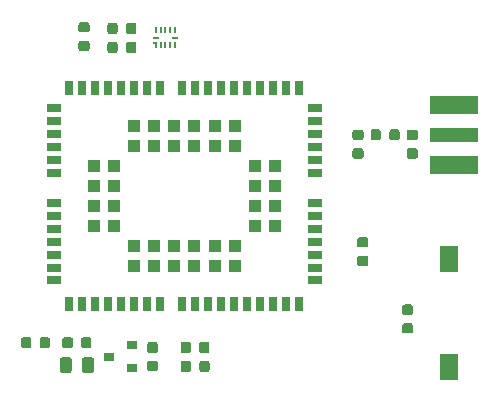
<source format=gbr>
G04 #@! TF.GenerationSoftware,KiCad,Pcbnew,5.99.0-unknown-df3fabf~86~ubuntu18.04.1*
G04 #@! TF.CreationDate,2019-10-31T14:00:15-04:00*
G04 #@! TF.ProjectId,bg96_module_board,62673936-5f6d-46f6-9475-6c655f626f61,rev?*
G04 #@! TF.SameCoordinates,Original*
G04 #@! TF.FileFunction,Paste,Top*
G04 #@! TF.FilePolarity,Positive*
%FSLAX46Y46*%
G04 Gerber Fmt 4.6, Leading zero omitted, Abs format (unit mm)*
G04 Created by KiCad (PCBNEW 5.99.0-unknown-df3fabf~86~ubuntu18.04.1) date 2019-10-31 14:00:15*
%MOMM*%
%LPD*%
G04 APERTURE LIST*
%ADD10R,1.000000X1.000000*%
%ADD11R,1.150000X0.700000*%
%ADD12R,0.700000X1.150000*%
%ADD13R,0.250000X0.150000*%
%ADD14R,0.600000X0.200000*%
%ADD15R,0.200000X0.600000*%
%ADD16R,1.600000X2.180000*%
%ADD17R,0.900000X0.800000*%
%ADD18R,4.064000X1.524000*%
%ADD19R,4.064000X1.270000*%
G04 APERTURE END LIST*
G36*
X160439962Y-105066651D02*
G01*
X160510930Y-105114070D01*
X160558349Y-105185038D01*
X160575000Y-105268750D01*
X160575000Y-105706250D01*
X160558349Y-105789962D01*
X160510930Y-105860930D01*
X160439962Y-105908349D01*
X160356250Y-105925000D01*
X159843750Y-105925000D01*
X159760038Y-105908349D01*
X159689070Y-105860930D01*
X159641651Y-105789962D01*
X159625000Y-105706250D01*
X159625000Y-105268750D01*
X159641651Y-105185038D01*
X159689070Y-105114070D01*
X159760038Y-105066651D01*
X159843750Y-105050000D01*
X160356250Y-105050000D01*
X160439962Y-105066651D01*
G37*
G36*
X160439962Y-103491651D02*
G01*
X160510930Y-103539070D01*
X160558349Y-103610038D01*
X160575000Y-103693750D01*
X160575000Y-104131250D01*
X160558349Y-104214962D01*
X160510930Y-104285930D01*
X160439962Y-104333349D01*
X160356250Y-104350000D01*
X159843750Y-104350000D01*
X159760038Y-104333349D01*
X159689070Y-104285930D01*
X159641651Y-104214962D01*
X159625000Y-104131250D01*
X159625000Y-103693750D01*
X159641651Y-103610038D01*
X159689070Y-103539070D01*
X159760038Y-103491651D01*
X159843750Y-103475000D01*
X160356250Y-103475000D01*
X160439962Y-103491651D01*
G37*
D10*
X150950000Y-97450000D03*
X150950000Y-99150000D03*
X150950000Y-100850000D03*
X152650000Y-97450000D03*
X152650000Y-99150000D03*
X152650000Y-100850000D03*
X137350000Y-102550000D03*
X137350000Y-100850000D03*
X137350000Y-99150000D03*
X139050000Y-102550000D03*
X139050000Y-100850000D03*
X139050000Y-99150000D03*
X150950000Y-102550000D03*
X152650000Y-102550000D03*
X139050000Y-97450000D03*
X137350000Y-97450000D03*
X149250000Y-104250000D03*
X147550000Y-104250000D03*
X145850000Y-104250000D03*
X144150000Y-104250000D03*
X142450000Y-104250000D03*
X149250000Y-105950000D03*
X147550000Y-105950000D03*
X145850000Y-105950000D03*
X144150000Y-105950000D03*
X142450000Y-105950000D03*
X140750000Y-105950000D03*
X140750000Y-104250000D03*
X140750000Y-95750000D03*
X142450000Y-95750000D03*
X144150000Y-95750000D03*
X145850000Y-95750000D03*
X147550000Y-95750000D03*
X140750000Y-94050000D03*
X142450000Y-94050000D03*
X144150000Y-94050000D03*
X145850000Y-94050000D03*
X147550000Y-94050000D03*
X149250000Y-95750000D03*
X149250000Y-94050000D03*
D11*
X156030000Y-92550000D03*
X156030000Y-93650000D03*
X156030000Y-94750000D03*
X156030000Y-95850000D03*
X156030000Y-96950000D03*
X156030000Y-100550000D03*
X156030000Y-101650000D03*
X156030000Y-102750000D03*
X156030000Y-103850000D03*
X156030000Y-104950000D03*
X156030000Y-106050000D03*
X156030000Y-98050000D03*
X156030000Y-107150000D03*
X133970000Y-107150000D03*
X133970000Y-106050000D03*
X133970000Y-104950000D03*
X133970000Y-103850000D03*
X133970000Y-102750000D03*
X133970000Y-101650000D03*
X133970000Y-100550000D03*
X133970000Y-98050000D03*
X133970000Y-96950000D03*
X133970000Y-95850000D03*
X133970000Y-94750000D03*
X133970000Y-93650000D03*
D12*
X154700000Y-109180000D03*
X153600000Y-109180000D03*
X152500000Y-109180000D03*
X151400000Y-109180000D03*
X150300000Y-109180000D03*
X149200000Y-109180000D03*
X148100000Y-109180000D03*
X147000000Y-109180000D03*
X145900000Y-109180000D03*
X144800000Y-109180000D03*
X142900000Y-109180000D03*
X141800000Y-109180000D03*
X140700000Y-109180000D03*
X139600000Y-109180000D03*
X138500000Y-109180000D03*
X137400000Y-109180000D03*
X136300000Y-109180000D03*
X135200000Y-109180000D03*
D11*
X133970000Y-92550000D03*
D12*
X135200000Y-90820000D03*
X136300000Y-90820000D03*
X137400000Y-90820000D03*
X138500000Y-90820000D03*
X139600000Y-90820000D03*
X140700000Y-90820000D03*
X141800000Y-90820000D03*
X142900000Y-90820000D03*
X144800000Y-90820000D03*
X145900000Y-90820000D03*
X147000000Y-90820000D03*
X148100000Y-90820000D03*
X149200000Y-90820000D03*
X150300000Y-90820000D03*
X151400000Y-90820000D03*
X152500000Y-90820000D03*
X153600000Y-90820000D03*
X154700000Y-90820000D03*
D13*
X142425000Y-87025000D03*
D14*
X142600000Y-86600000D03*
D15*
X142600000Y-85950000D03*
X143000000Y-85950000D03*
X143400000Y-85950000D03*
X143800000Y-85950000D03*
X144200000Y-85950000D03*
D14*
X144200000Y-86600000D03*
D15*
X144200000Y-87250000D03*
X143800000Y-87250000D03*
X143400000Y-87250000D03*
X143000000Y-87250000D03*
X142600000Y-87250000D03*
D16*
X167400000Y-105310000D03*
X167400000Y-114490000D03*
G36*
X142639962Y-112391651D02*
G01*
X142710930Y-112439070D01*
X142758349Y-112510038D01*
X142775000Y-112593750D01*
X142775000Y-113031250D01*
X142758349Y-113114962D01*
X142710930Y-113185930D01*
X142639962Y-113233349D01*
X142556250Y-113250000D01*
X142043750Y-113250000D01*
X141960038Y-113233349D01*
X141889070Y-113185930D01*
X141841651Y-113114962D01*
X141825000Y-113031250D01*
X141825000Y-112593750D01*
X141841651Y-112510038D01*
X141889070Y-112439070D01*
X141960038Y-112391651D01*
X142043750Y-112375000D01*
X142556250Y-112375000D01*
X142639962Y-112391651D01*
G37*
G36*
X142639962Y-113966651D02*
G01*
X142710930Y-114014070D01*
X142758349Y-114085038D01*
X142775000Y-114168750D01*
X142775000Y-114606250D01*
X142758349Y-114689962D01*
X142710930Y-114760930D01*
X142639962Y-114808349D01*
X142556250Y-114825000D01*
X142043750Y-114825000D01*
X141960038Y-114808349D01*
X141889070Y-114760930D01*
X141841651Y-114689962D01*
X141825000Y-114606250D01*
X141825000Y-114168750D01*
X141841651Y-114085038D01*
X141889070Y-114014070D01*
X141960038Y-113966651D01*
X142043750Y-113950000D01*
X142556250Y-113950000D01*
X142639962Y-113966651D01*
G37*
G36*
X133489962Y-111941651D02*
G01*
X133560930Y-111989070D01*
X133608349Y-112060038D01*
X133625000Y-112143750D01*
X133625000Y-112656250D01*
X133608349Y-112739962D01*
X133560930Y-112810930D01*
X133489962Y-112858349D01*
X133406250Y-112875000D01*
X132968750Y-112875000D01*
X132885038Y-112858349D01*
X132814070Y-112810930D01*
X132766651Y-112739962D01*
X132750000Y-112656250D01*
X132750000Y-112143750D01*
X132766651Y-112060038D01*
X132814070Y-111989070D01*
X132885038Y-111941651D01*
X132968750Y-111925000D01*
X133406250Y-111925000D01*
X133489962Y-111941651D01*
G37*
G36*
X131914962Y-111941651D02*
G01*
X131985930Y-111989070D01*
X132033349Y-112060038D01*
X132050000Y-112143750D01*
X132050000Y-112656250D01*
X132033349Y-112739962D01*
X131985930Y-112810930D01*
X131914962Y-112858349D01*
X131831250Y-112875000D01*
X131393750Y-112875000D01*
X131310038Y-112858349D01*
X131239070Y-112810930D01*
X131191651Y-112739962D01*
X131175000Y-112656250D01*
X131175000Y-112143750D01*
X131191651Y-112060038D01*
X131239070Y-111989070D01*
X131310038Y-111941651D01*
X131393750Y-111925000D01*
X131831250Y-111925000D01*
X131914962Y-111941651D01*
G37*
G36*
X146989962Y-112341651D02*
G01*
X147060930Y-112389070D01*
X147108349Y-112460038D01*
X147125000Y-112543750D01*
X147125000Y-113056250D01*
X147108349Y-113139962D01*
X147060930Y-113210930D01*
X146989962Y-113258349D01*
X146906250Y-113275000D01*
X146468750Y-113275000D01*
X146385038Y-113258349D01*
X146314070Y-113210930D01*
X146266651Y-113139962D01*
X146250000Y-113056250D01*
X146250000Y-112543750D01*
X146266651Y-112460038D01*
X146314070Y-112389070D01*
X146385038Y-112341651D01*
X146468750Y-112325000D01*
X146906250Y-112325000D01*
X146989962Y-112341651D01*
G37*
G36*
X145414962Y-112341651D02*
G01*
X145485930Y-112389070D01*
X145533349Y-112460038D01*
X145550000Y-112543750D01*
X145550000Y-113056250D01*
X145533349Y-113139962D01*
X145485930Y-113210930D01*
X145414962Y-113258349D01*
X145331250Y-113275000D01*
X144893750Y-113275000D01*
X144810038Y-113258349D01*
X144739070Y-113210930D01*
X144691651Y-113139962D01*
X144675000Y-113056250D01*
X144675000Y-112543750D01*
X144691651Y-112460038D01*
X144739070Y-112389070D01*
X144810038Y-112341651D01*
X144893750Y-112325000D01*
X145331250Y-112325000D01*
X145414962Y-112341651D01*
G37*
G36*
X145427462Y-113941651D02*
G01*
X145498430Y-113989070D01*
X145545849Y-114060038D01*
X145562500Y-114143750D01*
X145562500Y-114656250D01*
X145545849Y-114739962D01*
X145498430Y-114810930D01*
X145427462Y-114858349D01*
X145343750Y-114875000D01*
X144906250Y-114875000D01*
X144822538Y-114858349D01*
X144751570Y-114810930D01*
X144704151Y-114739962D01*
X144687500Y-114656250D01*
X144687500Y-114143750D01*
X144704151Y-114060038D01*
X144751570Y-113989070D01*
X144822538Y-113941651D01*
X144906250Y-113925000D01*
X145343750Y-113925000D01*
X145427462Y-113941651D01*
G37*
G36*
X147002462Y-113941651D02*
G01*
X147073430Y-113989070D01*
X147120849Y-114060038D01*
X147137500Y-114143750D01*
X147137500Y-114656250D01*
X147120849Y-114739962D01*
X147073430Y-114810930D01*
X147002462Y-114858349D01*
X146918750Y-114875000D01*
X146481250Y-114875000D01*
X146397538Y-114858349D01*
X146326570Y-114810930D01*
X146279151Y-114739962D01*
X146262500Y-114656250D01*
X146262500Y-114143750D01*
X146279151Y-114060038D01*
X146326570Y-113989070D01*
X146397538Y-113941651D01*
X146481250Y-113925000D01*
X146918750Y-113925000D01*
X147002462Y-113941651D01*
G37*
G36*
X136839962Y-86866651D02*
G01*
X136910930Y-86914070D01*
X136958349Y-86985038D01*
X136975000Y-87068750D01*
X136975000Y-87506250D01*
X136958349Y-87589962D01*
X136910930Y-87660930D01*
X136839962Y-87708349D01*
X136756250Y-87725000D01*
X136243750Y-87725000D01*
X136160038Y-87708349D01*
X136089070Y-87660930D01*
X136041651Y-87589962D01*
X136025000Y-87506250D01*
X136025000Y-87068750D01*
X136041651Y-86985038D01*
X136089070Y-86914070D01*
X136160038Y-86866651D01*
X136243750Y-86850000D01*
X136756250Y-86850000D01*
X136839962Y-86866651D01*
G37*
G36*
X136839962Y-85291651D02*
G01*
X136910930Y-85339070D01*
X136958349Y-85410038D01*
X136975000Y-85493750D01*
X136975000Y-85931250D01*
X136958349Y-86014962D01*
X136910930Y-86085930D01*
X136839962Y-86133349D01*
X136756250Y-86150000D01*
X136243750Y-86150000D01*
X136160038Y-86133349D01*
X136089070Y-86085930D01*
X136041651Y-86014962D01*
X136025000Y-85931250D01*
X136025000Y-85493750D01*
X136041651Y-85410038D01*
X136089070Y-85339070D01*
X136160038Y-85291651D01*
X136243750Y-85275000D01*
X136756250Y-85275000D01*
X136839962Y-85291651D01*
G37*
G36*
X161514962Y-94341651D02*
G01*
X161585930Y-94389070D01*
X161633349Y-94460038D01*
X161650000Y-94543750D01*
X161650000Y-95056250D01*
X161633349Y-95139962D01*
X161585930Y-95210930D01*
X161514962Y-95258349D01*
X161431250Y-95275000D01*
X160993750Y-95275000D01*
X160910038Y-95258349D01*
X160839070Y-95210930D01*
X160791651Y-95139962D01*
X160775000Y-95056250D01*
X160775000Y-94543750D01*
X160791651Y-94460038D01*
X160839070Y-94389070D01*
X160910038Y-94341651D01*
X160993750Y-94325000D01*
X161431250Y-94325000D01*
X161514962Y-94341651D01*
G37*
G36*
X163089962Y-94341651D02*
G01*
X163160930Y-94389070D01*
X163208349Y-94460038D01*
X163225000Y-94543750D01*
X163225000Y-95056250D01*
X163208349Y-95139962D01*
X163160930Y-95210930D01*
X163089962Y-95258349D01*
X163006250Y-95275000D01*
X162568750Y-95275000D01*
X162485038Y-95258349D01*
X162414070Y-95210930D01*
X162366651Y-95139962D01*
X162350000Y-95056250D01*
X162350000Y-94543750D01*
X162366651Y-94460038D01*
X162414070Y-94389070D01*
X162485038Y-94341651D01*
X162568750Y-94325000D01*
X163006250Y-94325000D01*
X163089962Y-94341651D01*
G37*
D17*
X138600000Y-113600000D03*
X140600000Y-112650000D03*
X140600000Y-114550000D03*
D18*
X167800000Y-97340000D03*
X167800000Y-92260000D03*
D19*
X167800000Y-94800000D03*
G36*
X135299529Y-113618554D02*
G01*
X135378607Y-113671393D01*
X135431446Y-113750471D01*
X135450000Y-113843750D01*
X135450000Y-114756250D01*
X135431446Y-114849529D01*
X135378607Y-114928607D01*
X135299529Y-114981446D01*
X135206250Y-115000000D01*
X134718750Y-115000000D01*
X134625471Y-114981446D01*
X134546393Y-114928607D01*
X134493554Y-114849529D01*
X134475000Y-114756250D01*
X134475000Y-113843750D01*
X134493554Y-113750471D01*
X134546393Y-113671393D01*
X134625471Y-113618554D01*
X134718750Y-113600000D01*
X135206250Y-113600000D01*
X135299529Y-113618554D01*
G37*
G36*
X137174529Y-113618554D02*
G01*
X137253607Y-113671393D01*
X137306446Y-113750471D01*
X137325000Y-113843750D01*
X137325000Y-114756250D01*
X137306446Y-114849529D01*
X137253607Y-114928607D01*
X137174529Y-114981446D01*
X137081250Y-115000000D01*
X136593750Y-115000000D01*
X136500471Y-114981446D01*
X136421393Y-114928607D01*
X136368554Y-114849529D01*
X136350000Y-114756250D01*
X136350000Y-113843750D01*
X136368554Y-113750471D01*
X136421393Y-113671393D01*
X136500471Y-113618554D01*
X136593750Y-113600000D01*
X137081250Y-113600000D01*
X137174529Y-113618554D01*
G37*
G36*
X136989962Y-111941651D02*
G01*
X137060930Y-111989070D01*
X137108349Y-112060038D01*
X137125000Y-112143750D01*
X137125000Y-112656250D01*
X137108349Y-112739962D01*
X137060930Y-112810930D01*
X136989962Y-112858349D01*
X136906250Y-112875000D01*
X136468750Y-112875000D01*
X136385038Y-112858349D01*
X136314070Y-112810930D01*
X136266651Y-112739962D01*
X136250000Y-112656250D01*
X136250000Y-112143750D01*
X136266651Y-112060038D01*
X136314070Y-111989070D01*
X136385038Y-111941651D01*
X136468750Y-111925000D01*
X136906250Y-111925000D01*
X136989962Y-111941651D01*
G37*
G36*
X135414962Y-111941651D02*
G01*
X135485930Y-111989070D01*
X135533349Y-112060038D01*
X135550000Y-112143750D01*
X135550000Y-112656250D01*
X135533349Y-112739962D01*
X135485930Y-112810930D01*
X135414962Y-112858349D01*
X135331250Y-112875000D01*
X134893750Y-112875000D01*
X134810038Y-112858349D01*
X134739070Y-112810930D01*
X134691651Y-112739962D01*
X134675000Y-112656250D01*
X134675000Y-112143750D01*
X134691651Y-112060038D01*
X134739070Y-111989070D01*
X134810038Y-111941651D01*
X134893750Y-111925000D01*
X135331250Y-111925000D01*
X135414962Y-111941651D01*
G37*
G36*
X140789962Y-85341651D02*
G01*
X140860930Y-85389070D01*
X140908349Y-85460038D01*
X140925000Y-85543750D01*
X140925000Y-86056250D01*
X140908349Y-86139962D01*
X140860930Y-86210930D01*
X140789962Y-86258349D01*
X140706250Y-86275000D01*
X140268750Y-86275000D01*
X140185038Y-86258349D01*
X140114070Y-86210930D01*
X140066651Y-86139962D01*
X140050000Y-86056250D01*
X140050000Y-85543750D01*
X140066651Y-85460038D01*
X140114070Y-85389070D01*
X140185038Y-85341651D01*
X140268750Y-85325000D01*
X140706250Y-85325000D01*
X140789962Y-85341651D01*
G37*
G36*
X139214962Y-85341651D02*
G01*
X139285930Y-85389070D01*
X139333349Y-85460038D01*
X139350000Y-85543750D01*
X139350000Y-86056250D01*
X139333349Y-86139962D01*
X139285930Y-86210930D01*
X139214962Y-86258349D01*
X139131250Y-86275000D01*
X138693750Y-86275000D01*
X138610038Y-86258349D01*
X138539070Y-86210930D01*
X138491651Y-86139962D01*
X138475000Y-86056250D01*
X138475000Y-85543750D01*
X138491651Y-85460038D01*
X138539070Y-85389070D01*
X138610038Y-85341651D01*
X138693750Y-85325000D01*
X139131250Y-85325000D01*
X139214962Y-85341651D01*
G37*
G36*
X140789962Y-86941651D02*
G01*
X140860930Y-86989070D01*
X140908349Y-87060038D01*
X140925000Y-87143750D01*
X140925000Y-87656250D01*
X140908349Y-87739962D01*
X140860930Y-87810930D01*
X140789962Y-87858349D01*
X140706250Y-87875000D01*
X140268750Y-87875000D01*
X140185038Y-87858349D01*
X140114070Y-87810930D01*
X140066651Y-87739962D01*
X140050000Y-87656250D01*
X140050000Y-87143750D01*
X140066651Y-87060038D01*
X140114070Y-86989070D01*
X140185038Y-86941651D01*
X140268750Y-86925000D01*
X140706250Y-86925000D01*
X140789962Y-86941651D01*
G37*
G36*
X139214962Y-86941651D02*
G01*
X139285930Y-86989070D01*
X139333349Y-87060038D01*
X139350000Y-87143750D01*
X139350000Y-87656250D01*
X139333349Y-87739962D01*
X139285930Y-87810930D01*
X139214962Y-87858349D01*
X139131250Y-87875000D01*
X138693750Y-87875000D01*
X138610038Y-87858349D01*
X138539070Y-87810930D01*
X138491651Y-87739962D01*
X138475000Y-87656250D01*
X138475000Y-87143750D01*
X138491651Y-87060038D01*
X138539070Y-86989070D01*
X138610038Y-86941651D01*
X138693750Y-86925000D01*
X139131250Y-86925000D01*
X139214962Y-86941651D01*
G37*
G36*
X164639962Y-95966651D02*
G01*
X164710930Y-96014070D01*
X164758349Y-96085038D01*
X164775000Y-96168750D01*
X164775000Y-96606250D01*
X164758349Y-96689962D01*
X164710930Y-96760930D01*
X164639962Y-96808349D01*
X164556250Y-96825000D01*
X164043750Y-96825000D01*
X163960038Y-96808349D01*
X163889070Y-96760930D01*
X163841651Y-96689962D01*
X163825000Y-96606250D01*
X163825000Y-96168750D01*
X163841651Y-96085038D01*
X163889070Y-96014070D01*
X163960038Y-95966651D01*
X164043750Y-95950000D01*
X164556250Y-95950000D01*
X164639962Y-95966651D01*
G37*
G36*
X164639962Y-94391651D02*
G01*
X164710930Y-94439070D01*
X164758349Y-94510038D01*
X164775000Y-94593750D01*
X164775000Y-95031250D01*
X164758349Y-95114962D01*
X164710930Y-95185930D01*
X164639962Y-95233349D01*
X164556250Y-95250000D01*
X164043750Y-95250000D01*
X163960038Y-95233349D01*
X163889070Y-95185930D01*
X163841651Y-95114962D01*
X163825000Y-95031250D01*
X163825000Y-94593750D01*
X163841651Y-94510038D01*
X163889070Y-94439070D01*
X163960038Y-94391651D01*
X164043750Y-94375000D01*
X164556250Y-94375000D01*
X164639962Y-94391651D01*
G37*
G36*
X160039962Y-95966651D02*
G01*
X160110930Y-96014070D01*
X160158349Y-96085038D01*
X160175000Y-96168750D01*
X160175000Y-96606250D01*
X160158349Y-96689962D01*
X160110930Y-96760930D01*
X160039962Y-96808349D01*
X159956250Y-96825000D01*
X159443750Y-96825000D01*
X159360038Y-96808349D01*
X159289070Y-96760930D01*
X159241651Y-96689962D01*
X159225000Y-96606250D01*
X159225000Y-96168750D01*
X159241651Y-96085038D01*
X159289070Y-96014070D01*
X159360038Y-95966651D01*
X159443750Y-95950000D01*
X159956250Y-95950000D01*
X160039962Y-95966651D01*
G37*
G36*
X160039962Y-94391651D02*
G01*
X160110930Y-94439070D01*
X160158349Y-94510038D01*
X160175000Y-94593750D01*
X160175000Y-95031250D01*
X160158349Y-95114962D01*
X160110930Y-95185930D01*
X160039962Y-95233349D01*
X159956250Y-95250000D01*
X159443750Y-95250000D01*
X159360038Y-95233349D01*
X159289070Y-95185930D01*
X159241651Y-95114962D01*
X159225000Y-95031250D01*
X159225000Y-94593750D01*
X159241651Y-94510038D01*
X159289070Y-94439070D01*
X159360038Y-94391651D01*
X159443750Y-94375000D01*
X159956250Y-94375000D01*
X160039962Y-94391651D01*
G37*
G36*
X164239962Y-110766651D02*
G01*
X164310930Y-110814070D01*
X164358349Y-110885038D01*
X164375000Y-110968750D01*
X164375000Y-111406250D01*
X164358349Y-111489962D01*
X164310930Y-111560930D01*
X164239962Y-111608349D01*
X164156250Y-111625000D01*
X163643750Y-111625000D01*
X163560038Y-111608349D01*
X163489070Y-111560930D01*
X163441651Y-111489962D01*
X163425000Y-111406250D01*
X163425000Y-110968750D01*
X163441651Y-110885038D01*
X163489070Y-110814070D01*
X163560038Y-110766651D01*
X163643750Y-110750000D01*
X164156250Y-110750000D01*
X164239962Y-110766651D01*
G37*
G36*
X164239962Y-109191651D02*
G01*
X164310930Y-109239070D01*
X164358349Y-109310038D01*
X164375000Y-109393750D01*
X164375000Y-109831250D01*
X164358349Y-109914962D01*
X164310930Y-109985930D01*
X164239962Y-110033349D01*
X164156250Y-110050000D01*
X163643750Y-110050000D01*
X163560038Y-110033349D01*
X163489070Y-109985930D01*
X163441651Y-109914962D01*
X163425000Y-109831250D01*
X163425000Y-109393750D01*
X163441651Y-109310038D01*
X163489070Y-109239070D01*
X163560038Y-109191651D01*
X163643750Y-109175000D01*
X164156250Y-109175000D01*
X164239962Y-109191651D01*
G37*
M02*

</source>
